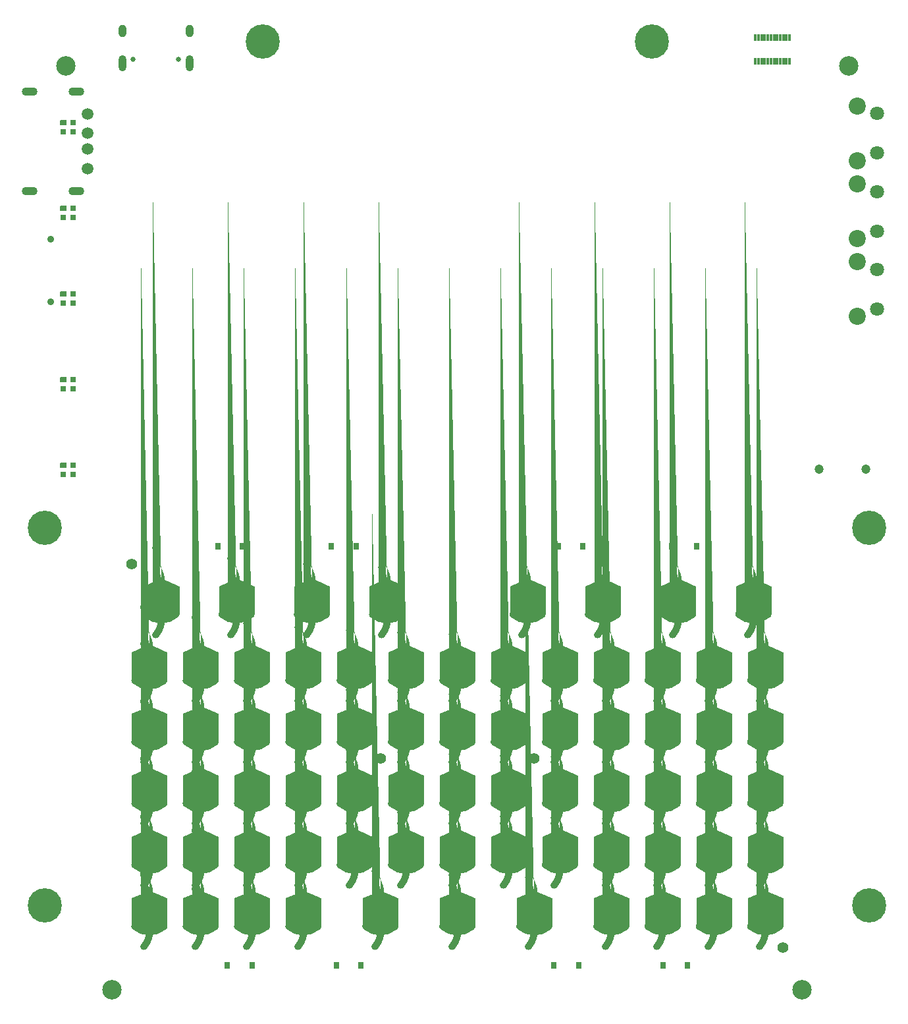
<source format=gbr>
%TF.GenerationSoftware,KiCad,Pcbnew,8.0.2*%
%TF.CreationDate,2024-05-22T21:58:48+02:00*%
%TF.ProjectId,why2025,77687932-3032-4352-9e6b-696361645f70,rev?*%
%TF.SameCoordinates,Original*%
%TF.FileFunction,Soldermask,Top*%
%TF.FilePolarity,Negative*%
%FSLAX46Y46*%
G04 Gerber Fmt 4.6, Leading zero omitted, Abs format (unit mm)*
G04 Created by KiCad (PCBNEW 8.0.2) date 2024-05-22 21:58:48*
%MOMM*%
%LPD*%
G01*
G04 APERTURE LIST*
G04 Aperture macros list*
%AMRoundRect*
0 Rectangle with rounded corners*
0 $1 Rounding radius*
0 $2 $3 $4 $5 $6 $7 $8 $9 X,Y pos of 4 corners*
0 Add a 4 corners polygon primitive as box body*
4,1,4,$2,$3,$4,$5,$6,$7,$8,$9,$2,$3,0*
0 Add four circle primitives for the rounded corners*
1,1,$1+$1,$2,$3*
1,1,$1+$1,$4,$5*
1,1,$1+$1,$6,$7*
1,1,$1+$1,$8,$9*
0 Add four rect primitives between the rounded corners*
20,1,$1+$1,$2,$3,$4,$5,0*
20,1,$1+$1,$4,$5,$6,$7,0*
20,1,$1+$1,$6,$7,$8,$9,0*
20,1,$1+$1,$8,$9,$2,$3,0*%
%AMOutline5P*
0 Free polygon, 5 corners , with rotation*
0 The origin of the aperture is its center*
0 number of corners: always 5*
0 $1 to $10 corner X, Y*
0 $11 Rotation angle, in degrees counterclockwise*
0 create outline with 5 corners*
4,1,5,$1,$2,$3,$4,$5,$6,$7,$8,$9,$10,$1,$2,$11*%
%AMOutline6P*
0 Free polygon, 6 corners , with rotation*
0 The origin of the aperture is its center*
0 number of corners: always 6*
0 $1 to $12 corner X, Y*
0 $13 Rotation angle, in degrees counterclockwise*
0 create outline with 6 corners*
4,1,6,$1,$2,$3,$4,$5,$6,$7,$8,$9,$10,$11,$12,$1,$2,$13*%
%AMOutline7P*
0 Free polygon, 7 corners , with rotation*
0 The origin of the aperture is its center*
0 number of corners: always 7*
0 $1 to $14 corner X, Y*
0 $15 Rotation angle, in degrees counterclockwise*
0 create outline with 7 corners*
4,1,7,$1,$2,$3,$4,$5,$6,$7,$8,$9,$10,$11,$12,$13,$14,$1,$2,$15*%
%AMOutline8P*
0 Free polygon, 8 corners , with rotation*
0 The origin of the aperture is its center*
0 number of corners: always 8*
0 $1 to $16 corner X, Y*
0 $17 Rotation angle, in degrees counterclockwise*
0 create outline with 8 corners*
4,1,8,$1,$2,$3,$4,$5,$6,$7,$8,$9,$10,$11,$12,$13,$14,$15,$16,$1,$2,$17*%
%AMFreePoly0*
4,1,56,-0.529408,2.274054,-0.424786,2.220629,-0.337556,2.141945,-0.132558,1.875050,0.044206,1.588672,0.190897,1.285787,0.305993,0.969542,0.388297,0.643224,0.436954,0.310222,0.451459,-0.026003,0.431660,-0.361958,0.377764,-0.694152,0.290330,-1.019133,0.170267,-1.333526,0.018823,-1.634062,-0.162429,-1.917620,-0.371606,-2.181254,-0.460064,-2.258554,-0.565515,-2.310325,-0.680771,-2.333039,
-0.797980,-2.325149,-0.909152,-2.287191,-1.006712,-2.221754,-1.084012,-2.133296,-1.135783,-2.027845,-1.158497,-1.912589,-1.150607,-1.795380,-1.112649,-1.684208,-1.047212,-1.586648,-0.952740,-1.479260,-0.790574,-1.243613,-0.657525,-0.990383,-0.555472,-0.723150,-0.485859,-0.445695,-0.449670,-0.161938,-0.448477,-0.010592,-0.450000,0.000000,-0.448300,0.011817,-0.447417,0.124109,-0.479132,0.408401,
-0.544366,0.686919,-0.642197,0.955725,-0.771241,1.211020,-0.929675,1.449193,-1.022444,1.558054,-1.022444,1.558055,-1.086336,1.656633,-1.122538,1.768390,-1.128581,1.885708,-1.104054,2.000592,-1.050629,2.105214,-0.971945,2.192444,-0.873367,2.256336,-0.761610,2.292538,-0.644292,2.298581,-0.529408,2.274054,-0.529408,2.274054,$1*%
G04 Aperture macros list end*
%ADD10C,0.900000*%
%ADD11C,0.050000*%
%ADD12C,2.500000*%
%ADD13RoundRect,0.102000X-0.100000X-0.350000X0.100000X-0.350000X0.100000X0.350000X-0.100000X0.350000X0*%
%ADD14C,0.700000*%
%ADD15C,4.400000*%
%ADD16Outline5P,-0.400000X0.210000X-0.260000X0.350000X0.400000X0.350000X0.400000X-0.350000X-0.400000X-0.350000X0.000000*%
%ADD17R,0.800000X0.700000*%
%ADD18R,0.670000X0.830000*%
%ADD19C,1.400000*%
%ADD20FreePoly0,90.000000*%
%ADD21FreePoly0,270.000000*%
%ADD22C,1.200000*%
%ADD23C,0.650000*%
%ADD24O,1.000000X1.600000*%
%ADD25O,1.000000X2.100000*%
%ADD26C,1.800000*%
%ADD27C,2.200000*%
%ADD28C,0.900000*%
%ADD29C,1.500000*%
%ADD30O,2.000000X1.100000*%
G04 APERTURE END LIST*
D10*
%TO.C,U2*%
X-37725005Y-21103742D02*
G75*
G02*
X-41439543Y-21091142I-1849996J2150446D01*
G01*
X-37725005Y-29003742D02*
G75*
G02*
X-41439543Y-28991142I-1849996J2150446D01*
G01*
X-37725005Y-36903742D02*
G75*
G02*
X-41439543Y-36891142I-1849996J2150446D01*
G01*
X-37725005Y-44803742D02*
G75*
G02*
X-41439543Y-44791142I-1849996J2150446D01*
G01*
X-37725005Y-52703742D02*
G75*
G02*
X-41439543Y-52691142I-1849996J2150446D01*
G01*
X-36185005Y-12613742D02*
G75*
G02*
X-39899543Y-12601142I-1849996J2150446D01*
G01*
X-31125005Y-21103742D02*
G75*
G02*
X-34839543Y-21091142I-1849996J2150446D01*
G01*
X-31125005Y-29003742D02*
G75*
G02*
X-34839543Y-28991142I-1849996J2150446D01*
G01*
X-31125005Y-36903742D02*
G75*
G02*
X-34839543Y-36891142I-1849996J2150446D01*
G01*
X-31125005Y-44803742D02*
G75*
G02*
X-34839543Y-44791142I-1849996J2150446D01*
G01*
X-31125005Y-52703742D02*
G75*
G02*
X-34839543Y-52691142I-1849996J2150446D01*
G01*
X-26510005Y-12613742D02*
G75*
G02*
X-30224543Y-12601142I-1849996J2150446D01*
G01*
X-24525005Y-21103742D02*
G75*
G02*
X-28239543Y-21091142I-1849996J2150446D01*
G01*
X-24525005Y-29003742D02*
G75*
G02*
X-28239543Y-28991142I-1849996J2150446D01*
G01*
X-24525005Y-36903742D02*
G75*
G02*
X-28239543Y-36891142I-1849996J2150446D01*
G01*
X-24525005Y-44803742D02*
G75*
G02*
X-28239543Y-44791142I-1849996J2150446D01*
G01*
X-24525005Y-52703742D02*
G75*
G02*
X-28239543Y-52691142I-1849996J2150446D01*
G01*
X-17925005Y-21103742D02*
G75*
G02*
X-21639543Y-21091142I-1849996J2150446D01*
G01*
X-17925005Y-29003742D02*
G75*
G02*
X-21639543Y-28991142I-1849996J2150446D01*
G01*
X-17925005Y-36903742D02*
G75*
G02*
X-21639543Y-36891142I-1849996J2150446D01*
G01*
X-17925005Y-44803742D02*
G75*
G02*
X-21639543Y-44791142I-1849996J2150446D01*
G01*
X-17925005Y-52703742D02*
G75*
G02*
X-21639543Y-52691142I-1849996J2150446D01*
G01*
X-16835005Y-12613742D02*
G75*
G02*
X-20549543Y-12601142I-1849996J2150446D01*
G01*
X-11325005Y-21103742D02*
G75*
G02*
X-15039543Y-21091142I-1849996J2150446D01*
G01*
X-11325005Y-29003742D02*
G75*
G02*
X-15039543Y-28991142I-1849996J2150446D01*
G01*
X-11325005Y-36903742D02*
G75*
G02*
X-15039543Y-36891142I-1849996J2150446D01*
G01*
X-11325005Y-44803742D02*
G75*
G02*
X-15039543Y-44791142I-1849996J2150446D01*
G01*
X-8025005Y-52703742D02*
G75*
G02*
X-11739543Y-52691142I-1849996J2150446D01*
G01*
X-7160005Y-12613742D02*
G75*
G02*
X-10874543Y-12601142I-1849996J2150446D01*
G01*
X-4725005Y-21103742D02*
G75*
G02*
X-8439543Y-21091142I-1849996J2150446D01*
G01*
X-4725005Y-29003742D02*
G75*
G02*
X-8439543Y-28991142I-1849996J2150446D01*
G01*
X-4725005Y-36903742D02*
G75*
G02*
X-8439543Y-36891142I-1849996J2150446D01*
G01*
X-4725005Y-44803742D02*
G75*
G02*
X-8439543Y-44791142I-1849996J2150446D01*
G01*
X1874995Y-21103742D02*
G75*
G02*
X-1839543Y-21091142I-1849996J2150446D01*
G01*
X1874995Y-29003742D02*
G75*
G02*
X-1839543Y-28991142I-1849996J2150446D01*
G01*
X1874995Y-36903742D02*
G75*
G02*
X-1839543Y-36891142I-1849996J2150446D01*
G01*
X1874995Y-44803742D02*
G75*
G02*
X-1839543Y-44791142I-1849996J2150446D01*
G01*
X1874995Y-52703742D02*
G75*
G02*
X-1839543Y-52691142I-1849996J2150446D01*
G01*
X8474995Y-21103742D02*
G75*
G02*
X4760458Y-21091141I-1849995J2150442D01*
G01*
X8474995Y-29003742D02*
G75*
G02*
X4760458Y-28991141I-1849995J2150442D01*
G01*
X8474995Y-36903742D02*
G75*
G02*
X4760458Y-36891141I-1849995J2150442D01*
G01*
X8474995Y-44803742D02*
G75*
G02*
X4760458Y-44791141I-1849995J2150442D01*
G01*
X10914995Y-12613742D02*
G75*
G02*
X7200458Y-12601141I-1849995J2150442D01*
G01*
X11774995Y-52703742D02*
G75*
G02*
X8060458Y-52691141I-1849995J2150442D01*
G01*
X15074995Y-21103742D02*
G75*
G02*
X11360458Y-21091141I-1849995J2150442D01*
G01*
X15074995Y-29003742D02*
G75*
G02*
X11360458Y-28991141I-1849995J2150442D01*
G01*
X15074995Y-36903742D02*
G75*
G02*
X11360458Y-36891141I-1849995J2150442D01*
G01*
X15074995Y-44803742D02*
G75*
G02*
X11360458Y-44791141I-1849995J2150442D01*
G01*
X20589995Y-12613742D02*
G75*
G02*
X16875458Y-12601141I-1849995J2150442D01*
G01*
X21674995Y-21103742D02*
G75*
G02*
X17960458Y-21091141I-1849995J2150442D01*
G01*
X21674995Y-29003742D02*
G75*
G02*
X17960458Y-28991141I-1849995J2150442D01*
G01*
X21674995Y-36903742D02*
G75*
G02*
X17960458Y-36891141I-1849995J2150442D01*
G01*
X21674995Y-44803742D02*
G75*
G02*
X17960458Y-44791141I-1849995J2150442D01*
G01*
X21674995Y-52703742D02*
G75*
G02*
X17960458Y-52691141I-1849995J2150442D01*
G01*
X28274995Y-21103742D02*
G75*
G02*
X24560458Y-21091141I-1849995J2150442D01*
G01*
X28274995Y-29003742D02*
G75*
G02*
X24560458Y-28991141I-1849995J2150442D01*
G01*
X28274995Y-36903742D02*
G75*
G02*
X24560458Y-36891141I-1849995J2150442D01*
G01*
X28274995Y-44803742D02*
G75*
G02*
X24560458Y-44791141I-1849995J2150442D01*
G01*
X28274995Y-52703742D02*
G75*
G02*
X24560458Y-52691141I-1849995J2150442D01*
G01*
X30264995Y-12613742D02*
G75*
G02*
X26550458Y-12601141I-1849995J2150442D01*
G01*
X34874995Y-21103742D02*
G75*
G02*
X31160458Y-21091141I-1849995J2150442D01*
G01*
X34874995Y-29003742D02*
G75*
G02*
X31160458Y-28991141I-1849995J2150442D01*
G01*
X34874995Y-36903742D02*
G75*
G02*
X31160458Y-36891141I-1849995J2150442D01*
G01*
X34874995Y-44803742D02*
G75*
G02*
X31160458Y-44791141I-1849995J2150442D01*
G01*
X34874995Y-52703742D02*
G75*
G02*
X31160458Y-52691141I-1849995J2150442D01*
G01*
X39939995Y-12613742D02*
G75*
G02*
X36225458Y-12601141I-1849995J2150442D01*
G01*
X41474995Y-21103742D02*
G75*
G02*
X37760458Y-21091141I-1849995J2150442D01*
G01*
X41474995Y-29003742D02*
G75*
G02*
X37760458Y-28991141I-1849995J2150442D01*
G01*
X41474995Y-36903742D02*
G75*
G02*
X37760458Y-36891141I-1849995J2150442D01*
G01*
X41474995Y-44803742D02*
G75*
G02*
X37760458Y-44791141I-1849995J2150442D01*
G01*
X41474995Y-52703742D02*
G75*
G02*
X37760458Y-52691141I-1849995J2150442D01*
G01*
D11*
X-37325000Y-17490000D02*
X-37325000Y-21090000D01*
X-39575000Y-22090000D01*
X-41825000Y-21090000D01*
X-41825000Y-17490000D01*
X-39575000Y-16490000D01*
X-37325000Y-17490000D01*
G36*
X-37325000Y-17490000D02*
G01*
X-37325000Y-21090000D01*
X-39575000Y-22090000D01*
X-41825000Y-21090000D01*
X-41825000Y-17490000D01*
X-39575000Y-16490000D01*
X-37325000Y-17490000D01*
G37*
X-37325000Y-25390000D02*
X-37325000Y-28990000D01*
X-39575000Y-29990000D01*
X-41825000Y-28990000D01*
X-41825000Y-25390000D01*
X-39575000Y-24390000D01*
X-37325000Y-25390000D01*
G36*
X-37325000Y-25390000D02*
G01*
X-37325000Y-28990000D01*
X-39575000Y-29990000D01*
X-41825000Y-28990000D01*
X-41825000Y-25390000D01*
X-39575000Y-24390000D01*
X-37325000Y-25390000D01*
G37*
X-37325000Y-33290000D02*
X-37325000Y-36890000D01*
X-39575000Y-37890000D01*
X-41825000Y-36890000D01*
X-41825000Y-33290000D01*
X-39575000Y-32290000D01*
X-37325000Y-33290000D01*
G36*
X-37325000Y-33290000D02*
G01*
X-37325000Y-36890000D01*
X-39575000Y-37890000D01*
X-41825000Y-36890000D01*
X-41825000Y-33290000D01*
X-39575000Y-32290000D01*
X-37325000Y-33290000D01*
G37*
X-37325000Y-41190000D02*
X-37325000Y-44790000D01*
X-39575000Y-45790000D01*
X-41825000Y-44790000D01*
X-41825000Y-41190000D01*
X-39575000Y-40190000D01*
X-37325000Y-41190000D01*
G36*
X-37325000Y-41190000D02*
G01*
X-37325000Y-44790000D01*
X-39575000Y-45790000D01*
X-41825000Y-44790000D01*
X-41825000Y-41190000D01*
X-39575000Y-40190000D01*
X-37325000Y-41190000D01*
G37*
X-37325000Y-49090000D02*
X-37325000Y-52690000D01*
X-39575000Y-53690000D01*
X-41825000Y-52690000D01*
X-41825000Y-49090000D01*
X-39575000Y-48090000D01*
X-37325000Y-49090000D01*
G36*
X-37325000Y-49090000D02*
G01*
X-37325000Y-52690000D01*
X-39575000Y-53690000D01*
X-41825000Y-52690000D01*
X-41825000Y-49090000D01*
X-39575000Y-48090000D01*
X-37325000Y-49090000D01*
G37*
X-35785000Y-9000000D02*
X-35785000Y-12600000D01*
X-38035000Y-13600000D01*
X-40285000Y-12600000D01*
X-40285000Y-9000000D01*
X-38035000Y-8000000D01*
X-35785000Y-9000000D01*
G36*
X-35785000Y-9000000D02*
G01*
X-35785000Y-12600000D01*
X-38035000Y-13600000D01*
X-40285000Y-12600000D01*
X-40285000Y-9000000D01*
X-38035000Y-8000000D01*
X-35785000Y-9000000D01*
G37*
X-30725000Y-17490000D02*
X-30725000Y-21090000D01*
X-32975000Y-22090000D01*
X-35225000Y-21090000D01*
X-35225000Y-17490000D01*
X-32975000Y-16490000D01*
X-30725000Y-17490000D01*
G36*
X-30725000Y-17490000D02*
G01*
X-30725000Y-21090000D01*
X-32975000Y-22090000D01*
X-35225000Y-21090000D01*
X-35225000Y-17490000D01*
X-32975000Y-16490000D01*
X-30725000Y-17490000D01*
G37*
X-30725000Y-25390000D02*
X-30725000Y-28990000D01*
X-32975000Y-29990000D01*
X-35225000Y-28990000D01*
X-35225000Y-25390000D01*
X-32975000Y-24390000D01*
X-30725000Y-25390000D01*
G36*
X-30725000Y-25390000D02*
G01*
X-30725000Y-28990000D01*
X-32975000Y-29990000D01*
X-35225000Y-28990000D01*
X-35225000Y-25390000D01*
X-32975000Y-24390000D01*
X-30725000Y-25390000D01*
G37*
X-30725000Y-33290000D02*
X-30725000Y-36890000D01*
X-32975000Y-37890000D01*
X-35225000Y-36890000D01*
X-35225000Y-33290000D01*
X-32975000Y-32290000D01*
X-30725000Y-33290000D01*
G36*
X-30725000Y-33290000D02*
G01*
X-30725000Y-36890000D01*
X-32975000Y-37890000D01*
X-35225000Y-36890000D01*
X-35225000Y-33290000D01*
X-32975000Y-32290000D01*
X-30725000Y-33290000D01*
G37*
X-30725000Y-41190000D02*
X-30725000Y-44790000D01*
X-32975000Y-45790000D01*
X-35225000Y-44790000D01*
X-35225000Y-41190000D01*
X-32975000Y-40190000D01*
X-30725000Y-41190000D01*
G36*
X-30725000Y-41190000D02*
G01*
X-30725000Y-44790000D01*
X-32975000Y-45790000D01*
X-35225000Y-44790000D01*
X-35225000Y-41190000D01*
X-32975000Y-40190000D01*
X-30725000Y-41190000D01*
G37*
X-30725000Y-49090000D02*
X-30725000Y-52690000D01*
X-32975000Y-53690000D01*
X-35225000Y-52690000D01*
X-35225000Y-49090000D01*
X-32975000Y-48090000D01*
X-30725000Y-49090000D01*
G36*
X-30725000Y-49090000D02*
G01*
X-30725000Y-52690000D01*
X-32975000Y-53690000D01*
X-35225000Y-52690000D01*
X-35225000Y-49090000D01*
X-32975000Y-48090000D01*
X-30725000Y-49090000D01*
G37*
X-26110000Y-9000000D02*
X-26110000Y-12600000D01*
X-28360000Y-13600000D01*
X-30610000Y-12600000D01*
X-30610000Y-9000000D01*
X-28360000Y-8000000D01*
X-26110000Y-9000000D01*
G36*
X-26110000Y-9000000D02*
G01*
X-26110000Y-12600000D01*
X-28360000Y-13600000D01*
X-30610000Y-12600000D01*
X-30610000Y-9000000D01*
X-28360000Y-8000000D01*
X-26110000Y-9000000D01*
G37*
X-24125000Y-17490000D02*
X-24125000Y-21090000D01*
X-26375000Y-22090000D01*
X-28625000Y-21090000D01*
X-28625000Y-17490000D01*
X-26375000Y-16490000D01*
X-24125000Y-17490000D01*
G36*
X-24125000Y-17490000D02*
G01*
X-24125000Y-21090000D01*
X-26375000Y-22090000D01*
X-28625000Y-21090000D01*
X-28625000Y-17490000D01*
X-26375000Y-16490000D01*
X-24125000Y-17490000D01*
G37*
X-24125000Y-25390000D02*
X-24125000Y-28990000D01*
X-26375000Y-29990000D01*
X-28625000Y-28990000D01*
X-28625000Y-25390000D01*
X-26375000Y-24390000D01*
X-24125000Y-25390000D01*
G36*
X-24125000Y-25390000D02*
G01*
X-24125000Y-28990000D01*
X-26375000Y-29990000D01*
X-28625000Y-28990000D01*
X-28625000Y-25390000D01*
X-26375000Y-24390000D01*
X-24125000Y-25390000D01*
G37*
X-24125000Y-33290000D02*
X-24125000Y-36890000D01*
X-26375000Y-37890000D01*
X-28625000Y-36890000D01*
X-28625000Y-33290000D01*
X-26375000Y-32290000D01*
X-24125000Y-33290000D01*
G36*
X-24125000Y-33290000D02*
G01*
X-24125000Y-36890000D01*
X-26375000Y-37890000D01*
X-28625000Y-36890000D01*
X-28625000Y-33290000D01*
X-26375000Y-32290000D01*
X-24125000Y-33290000D01*
G37*
X-24125000Y-41190000D02*
X-24125000Y-44790000D01*
X-26375000Y-45790000D01*
X-28625000Y-44790000D01*
X-28625000Y-41190000D01*
X-26375000Y-40190000D01*
X-24125000Y-41190000D01*
G36*
X-24125000Y-41190000D02*
G01*
X-24125000Y-44790000D01*
X-26375000Y-45790000D01*
X-28625000Y-44790000D01*
X-28625000Y-41190000D01*
X-26375000Y-40190000D01*
X-24125000Y-41190000D01*
G37*
X-24125000Y-49090000D02*
X-24125000Y-52690000D01*
X-26375000Y-53690000D01*
X-28625000Y-52690000D01*
X-28625000Y-49090000D01*
X-26375000Y-48090000D01*
X-24125000Y-49090000D01*
G36*
X-24125000Y-49090000D02*
G01*
X-24125000Y-52690000D01*
X-26375000Y-53690000D01*
X-28625000Y-52690000D01*
X-28625000Y-49090000D01*
X-26375000Y-48090000D01*
X-24125000Y-49090000D01*
G37*
X-17525000Y-17490000D02*
X-17525000Y-21090000D01*
X-19775000Y-22090000D01*
X-22025000Y-21090000D01*
X-22025000Y-17490000D01*
X-19775000Y-16490000D01*
X-17525000Y-17490000D01*
G36*
X-17525000Y-17490000D02*
G01*
X-17525000Y-21090000D01*
X-19775000Y-22090000D01*
X-22025000Y-21090000D01*
X-22025000Y-17490000D01*
X-19775000Y-16490000D01*
X-17525000Y-17490000D01*
G37*
X-17525000Y-25390000D02*
X-17525000Y-28990000D01*
X-19775000Y-29990000D01*
X-22025000Y-28990000D01*
X-22025000Y-25390000D01*
X-19775000Y-24390000D01*
X-17525000Y-25390000D01*
G36*
X-17525000Y-25390000D02*
G01*
X-17525000Y-28990000D01*
X-19775000Y-29990000D01*
X-22025000Y-28990000D01*
X-22025000Y-25390000D01*
X-19775000Y-24390000D01*
X-17525000Y-25390000D01*
G37*
X-17525000Y-33290000D02*
X-17525000Y-36890000D01*
X-19775000Y-37890000D01*
X-22025000Y-36890000D01*
X-22025000Y-33290000D01*
X-19775000Y-32290000D01*
X-17525000Y-33290000D01*
G36*
X-17525000Y-33290000D02*
G01*
X-17525000Y-36890000D01*
X-19775000Y-37890000D01*
X-22025000Y-36890000D01*
X-22025000Y-33290000D01*
X-19775000Y-32290000D01*
X-17525000Y-33290000D01*
G37*
X-17525000Y-41190000D02*
X-17525000Y-44790000D01*
X-19775000Y-45790000D01*
X-22025000Y-44790000D01*
X-22025000Y-41190000D01*
X-19775000Y-40190000D01*
X-17525000Y-41190000D01*
G36*
X-17525000Y-41190000D02*
G01*
X-17525000Y-44790000D01*
X-19775000Y-45790000D01*
X-22025000Y-44790000D01*
X-22025000Y-41190000D01*
X-19775000Y-40190000D01*
X-17525000Y-41190000D01*
G37*
X-17525000Y-49090000D02*
X-17525000Y-52690000D01*
X-19775000Y-53690000D01*
X-22025000Y-52690000D01*
X-22025000Y-49090000D01*
X-19775000Y-48090000D01*
X-17525000Y-49090000D01*
G36*
X-17525000Y-49090000D02*
G01*
X-17525000Y-52690000D01*
X-19775000Y-53690000D01*
X-22025000Y-52690000D01*
X-22025000Y-49090000D01*
X-19775000Y-48090000D01*
X-17525000Y-49090000D01*
G37*
X-16435000Y-9000000D02*
X-16435000Y-12600000D01*
X-18685000Y-13600000D01*
X-20935000Y-12600000D01*
X-20935000Y-9000000D01*
X-18685000Y-8000000D01*
X-16435000Y-9000000D01*
G36*
X-16435000Y-9000000D02*
G01*
X-16435000Y-12600000D01*
X-18685000Y-13600000D01*
X-20935000Y-12600000D01*
X-20935000Y-9000000D01*
X-18685000Y-8000000D01*
X-16435000Y-9000000D01*
G37*
X-10925000Y-17490000D02*
X-10925000Y-21090000D01*
X-13175000Y-22090000D01*
X-15425000Y-21090000D01*
X-15425000Y-17490000D01*
X-13175000Y-16490000D01*
X-10925000Y-17490000D01*
G36*
X-10925000Y-17490000D02*
G01*
X-10925000Y-21090000D01*
X-13175000Y-22090000D01*
X-15425000Y-21090000D01*
X-15425000Y-17490000D01*
X-13175000Y-16490000D01*
X-10925000Y-17490000D01*
G37*
X-10925000Y-25390000D02*
X-10925000Y-28990000D01*
X-13175000Y-29990000D01*
X-15425000Y-28990000D01*
X-15425000Y-25390000D01*
X-13175000Y-24390000D01*
X-10925000Y-25390000D01*
G36*
X-10925000Y-25390000D02*
G01*
X-10925000Y-28990000D01*
X-13175000Y-29990000D01*
X-15425000Y-28990000D01*
X-15425000Y-25390000D01*
X-13175000Y-24390000D01*
X-10925000Y-25390000D01*
G37*
X-10925000Y-33290000D02*
X-10925000Y-36890000D01*
X-13175000Y-37890000D01*
X-15425000Y-36890000D01*
X-15425000Y-33290000D01*
X-13175000Y-32290000D01*
X-10925000Y-33290000D01*
G36*
X-10925000Y-33290000D02*
G01*
X-10925000Y-36890000D01*
X-13175000Y-37890000D01*
X-15425000Y-36890000D01*
X-15425000Y-33290000D01*
X-13175000Y-32290000D01*
X-10925000Y-33290000D01*
G37*
X-10925000Y-41190000D02*
X-10925000Y-44790000D01*
X-13175000Y-45790000D01*
X-15425000Y-44790000D01*
X-15425000Y-41190000D01*
X-13175000Y-40190000D01*
X-10925000Y-41190000D01*
G36*
X-10925000Y-41190000D02*
G01*
X-10925000Y-44790000D01*
X-13175000Y-45790000D01*
X-15425000Y-44790000D01*
X-15425000Y-41190000D01*
X-13175000Y-40190000D01*
X-10925000Y-41190000D01*
G37*
X-7625000Y-49090000D02*
X-7625000Y-52690000D01*
X-9875000Y-53690000D01*
X-12125000Y-52690000D01*
X-12125000Y-49090000D01*
X-9875000Y-48090000D01*
X-7625000Y-49090000D01*
G36*
X-7625000Y-49090000D02*
G01*
X-7625000Y-52690000D01*
X-9875000Y-53690000D01*
X-12125000Y-52690000D01*
X-12125000Y-49090000D01*
X-9875000Y-48090000D01*
X-7625000Y-49090000D01*
G37*
X-6760000Y-9000000D02*
X-6760000Y-12600000D01*
X-9010000Y-13600000D01*
X-11260000Y-12600000D01*
X-11260000Y-9000000D01*
X-9010000Y-8000000D01*
X-6760000Y-9000000D01*
G36*
X-6760000Y-9000000D02*
G01*
X-6760000Y-12600000D01*
X-9010000Y-13600000D01*
X-11260000Y-12600000D01*
X-11260000Y-9000000D01*
X-9010000Y-8000000D01*
X-6760000Y-9000000D01*
G37*
X-4325000Y-17490000D02*
X-4325000Y-21090000D01*
X-6575000Y-22090000D01*
X-8825000Y-21090000D01*
X-8825000Y-17490000D01*
X-6575000Y-16490000D01*
X-4325000Y-17490000D01*
G36*
X-4325000Y-17490000D02*
G01*
X-4325000Y-21090000D01*
X-6575000Y-22090000D01*
X-8825000Y-21090000D01*
X-8825000Y-17490000D01*
X-6575000Y-16490000D01*
X-4325000Y-17490000D01*
G37*
X-4325000Y-25390000D02*
X-4325000Y-28990000D01*
X-6575000Y-29990000D01*
X-8825000Y-28990000D01*
X-8825000Y-25390000D01*
X-6575000Y-24390000D01*
X-4325000Y-25390000D01*
G36*
X-4325000Y-25390000D02*
G01*
X-4325000Y-28990000D01*
X-6575000Y-29990000D01*
X-8825000Y-28990000D01*
X-8825000Y-25390000D01*
X-6575000Y-24390000D01*
X-4325000Y-25390000D01*
G37*
X-4325000Y-33290000D02*
X-4325000Y-36890000D01*
X-6575000Y-37890000D01*
X-8825000Y-36890000D01*
X-8825000Y-33290000D01*
X-6575000Y-32290000D01*
X-4325000Y-33290000D01*
G36*
X-4325000Y-33290000D02*
G01*
X-4325000Y-36890000D01*
X-6575000Y-37890000D01*
X-8825000Y-36890000D01*
X-8825000Y-33290000D01*
X-6575000Y-32290000D01*
X-4325000Y-33290000D01*
G37*
X-4325000Y-41190000D02*
X-4325000Y-44790000D01*
X-6575000Y-45790000D01*
X-8825000Y-44790000D01*
X-8825000Y-41190000D01*
X-6575000Y-40190000D01*
X-4325000Y-41190000D01*
G36*
X-4325000Y-41190000D02*
G01*
X-4325000Y-44790000D01*
X-6575000Y-45790000D01*
X-8825000Y-44790000D01*
X-8825000Y-41190000D01*
X-6575000Y-40190000D01*
X-4325000Y-41190000D01*
G37*
X2275000Y-17490000D02*
X2275000Y-21090000D01*
X25000Y-22090000D01*
X-2225000Y-21090000D01*
X-2225000Y-17490000D01*
X25000Y-16490000D01*
X2275000Y-17490000D01*
G36*
X2275000Y-17490000D02*
G01*
X2275000Y-21090000D01*
X25000Y-22090000D01*
X-2225000Y-21090000D01*
X-2225000Y-17490000D01*
X25000Y-16490000D01*
X2275000Y-17490000D01*
G37*
X2275000Y-25390000D02*
X2275000Y-28990000D01*
X25000Y-29990000D01*
X-2225000Y-28990000D01*
X-2225000Y-25390000D01*
X25000Y-24390000D01*
X2275000Y-25390000D01*
G36*
X2275000Y-25390000D02*
G01*
X2275000Y-28990000D01*
X25000Y-29990000D01*
X-2225000Y-28990000D01*
X-2225000Y-25390000D01*
X25000Y-24390000D01*
X2275000Y-25390000D01*
G37*
X2275000Y-33290000D02*
X2275000Y-36890000D01*
X25000Y-37890000D01*
X-2225000Y-36890000D01*
X-2225000Y-33290000D01*
X25000Y-32290000D01*
X2275000Y-33290000D01*
G36*
X2275000Y-33290000D02*
G01*
X2275000Y-36890000D01*
X25000Y-37890000D01*
X-2225000Y-36890000D01*
X-2225000Y-33290000D01*
X25000Y-32290000D01*
X2275000Y-33290000D01*
G37*
X2275000Y-41190000D02*
X2275000Y-44790000D01*
X25000Y-45790000D01*
X-2225000Y-44790000D01*
X-2225000Y-41190000D01*
X25000Y-40190000D01*
X2275000Y-41190000D01*
G36*
X2275000Y-41190000D02*
G01*
X2275000Y-44790000D01*
X25000Y-45790000D01*
X-2225000Y-44790000D01*
X-2225000Y-41190000D01*
X25000Y-40190000D01*
X2275000Y-41190000D01*
G37*
X2275000Y-49090000D02*
X2275000Y-52690000D01*
X25000Y-53690000D01*
X-2225000Y-52690000D01*
X-2225000Y-49090000D01*
X25000Y-48090000D01*
X2275000Y-49090000D01*
G36*
X2275000Y-49090000D02*
G01*
X2275000Y-52690000D01*
X25000Y-53690000D01*
X-2225000Y-52690000D01*
X-2225000Y-49090000D01*
X25000Y-48090000D01*
X2275000Y-49090000D01*
G37*
X8875000Y-17490000D02*
X8875000Y-21090000D01*
X6625000Y-22090000D01*
X4375000Y-21090000D01*
X4375000Y-17490000D01*
X6625000Y-16490000D01*
X8875000Y-17490000D01*
G36*
X8875000Y-17490000D02*
G01*
X8875000Y-21090000D01*
X6625000Y-22090000D01*
X4375000Y-21090000D01*
X4375000Y-17490000D01*
X6625000Y-16490000D01*
X8875000Y-17490000D01*
G37*
X8875000Y-25390000D02*
X8875000Y-28990000D01*
X6625000Y-29990000D01*
X4375000Y-28990000D01*
X4375000Y-25390000D01*
X6625000Y-24390000D01*
X8875000Y-25390000D01*
G36*
X8875000Y-25390000D02*
G01*
X8875000Y-28990000D01*
X6625000Y-29990000D01*
X4375000Y-28990000D01*
X4375000Y-25390000D01*
X6625000Y-24390000D01*
X8875000Y-25390000D01*
G37*
X8875000Y-33290000D02*
X8875000Y-36890000D01*
X6625000Y-37890000D01*
X4375000Y-36890000D01*
X4375000Y-33290000D01*
X6625000Y-32290000D01*
X8875000Y-33290000D01*
G36*
X8875000Y-33290000D02*
G01*
X8875000Y-36890000D01*
X6625000Y-37890000D01*
X4375000Y-36890000D01*
X4375000Y-33290000D01*
X6625000Y-32290000D01*
X8875000Y-33290000D01*
G37*
X8875000Y-41190000D02*
X8875000Y-44790000D01*
X6625000Y-45790000D01*
X4375000Y-44790000D01*
X4375000Y-41190000D01*
X6625000Y-40190000D01*
X8875000Y-41190000D01*
G36*
X8875000Y-41190000D02*
G01*
X8875000Y-44790000D01*
X6625000Y-45790000D01*
X4375000Y-44790000D01*
X4375000Y-41190000D01*
X6625000Y-40190000D01*
X8875000Y-41190000D01*
G37*
X11315000Y-9000000D02*
X11315000Y-12600000D01*
X9065000Y-13600000D01*
X6815000Y-12600000D01*
X6815000Y-9000000D01*
X9065000Y-8000000D01*
X11315000Y-9000000D01*
G36*
X11315000Y-9000000D02*
G01*
X11315000Y-12600000D01*
X9065000Y-13600000D01*
X6815000Y-12600000D01*
X6815000Y-9000000D01*
X9065000Y-8000000D01*
X11315000Y-9000000D01*
G37*
X12175000Y-49090000D02*
X12175000Y-52690000D01*
X9925000Y-53690000D01*
X7675000Y-52690000D01*
X7675000Y-49090000D01*
X9925000Y-48090000D01*
X12175000Y-49090000D01*
G36*
X12175000Y-49090000D02*
G01*
X12175000Y-52690000D01*
X9925000Y-53690000D01*
X7675000Y-52690000D01*
X7675000Y-49090000D01*
X9925000Y-48090000D01*
X12175000Y-49090000D01*
G37*
X15475000Y-17490000D02*
X15475000Y-21090000D01*
X13225000Y-22090000D01*
X10975000Y-21090000D01*
X10975000Y-17490000D01*
X13225000Y-16490000D01*
X15475000Y-17490000D01*
G36*
X15475000Y-17490000D02*
G01*
X15475000Y-21090000D01*
X13225000Y-22090000D01*
X10975000Y-21090000D01*
X10975000Y-17490000D01*
X13225000Y-16490000D01*
X15475000Y-17490000D01*
G37*
X15475000Y-25390000D02*
X15475000Y-28990000D01*
X13225000Y-29990000D01*
X10975000Y-28990000D01*
X10975000Y-25390000D01*
X13225000Y-24390000D01*
X15475000Y-25390000D01*
G36*
X15475000Y-25390000D02*
G01*
X15475000Y-28990000D01*
X13225000Y-29990000D01*
X10975000Y-28990000D01*
X10975000Y-25390000D01*
X13225000Y-24390000D01*
X15475000Y-25390000D01*
G37*
X15475000Y-33290000D02*
X15475000Y-36890000D01*
X13225000Y-37890000D01*
X10975000Y-36890000D01*
X10975000Y-33290000D01*
X13225000Y-32290000D01*
X15475000Y-33290000D01*
G36*
X15475000Y-33290000D02*
G01*
X15475000Y-36890000D01*
X13225000Y-37890000D01*
X10975000Y-36890000D01*
X10975000Y-33290000D01*
X13225000Y-32290000D01*
X15475000Y-33290000D01*
G37*
X15475000Y-41190000D02*
X15475000Y-44790000D01*
X13225000Y-45790000D01*
X10975000Y-44790000D01*
X10975000Y-41190000D01*
X13225000Y-40190000D01*
X15475000Y-41190000D01*
G36*
X15475000Y-41190000D02*
G01*
X15475000Y-44790000D01*
X13225000Y-45790000D01*
X10975000Y-44790000D01*
X10975000Y-41190000D01*
X13225000Y-40190000D01*
X15475000Y-41190000D01*
G37*
X20990000Y-9000000D02*
X20990000Y-12600000D01*
X18740000Y-13600000D01*
X16490000Y-12600000D01*
X16490000Y-9000000D01*
X18740000Y-8000000D01*
X20990000Y-9000000D01*
G36*
X20990000Y-9000000D02*
G01*
X20990000Y-12600000D01*
X18740000Y-13600000D01*
X16490000Y-12600000D01*
X16490000Y-9000000D01*
X18740000Y-8000000D01*
X20990000Y-9000000D01*
G37*
X22075000Y-17490000D02*
X22075000Y-21090000D01*
X19825000Y-22090000D01*
X17575000Y-21090000D01*
X17575000Y-17490000D01*
X19825000Y-16490000D01*
X22075000Y-17490000D01*
G36*
X22075000Y-17490000D02*
G01*
X22075000Y-21090000D01*
X19825000Y-22090000D01*
X17575000Y-21090000D01*
X17575000Y-17490000D01*
X19825000Y-16490000D01*
X22075000Y-17490000D01*
G37*
X22075000Y-25390000D02*
X22075000Y-28990000D01*
X19825000Y-29990000D01*
X17575000Y-28990000D01*
X17575000Y-25390000D01*
X19825000Y-24390000D01*
X22075000Y-25390000D01*
G36*
X22075000Y-25390000D02*
G01*
X22075000Y-28990000D01*
X19825000Y-29990000D01*
X17575000Y-28990000D01*
X17575000Y-25390000D01*
X19825000Y-24390000D01*
X22075000Y-25390000D01*
G37*
X22075000Y-33290000D02*
X22075000Y-36890000D01*
X19825000Y-37890000D01*
X17575000Y-36890000D01*
X17575000Y-33290000D01*
X19825000Y-32290000D01*
X22075000Y-33290000D01*
G36*
X22075000Y-33290000D02*
G01*
X22075000Y-36890000D01*
X19825000Y-37890000D01*
X17575000Y-36890000D01*
X17575000Y-33290000D01*
X19825000Y-32290000D01*
X22075000Y-33290000D01*
G37*
X22075000Y-41190000D02*
X22075000Y-44790000D01*
X19825000Y-45790000D01*
X17575000Y-44790000D01*
X17575000Y-41190000D01*
X19825000Y-40190000D01*
X22075000Y-41190000D01*
G36*
X22075000Y-41190000D02*
G01*
X22075000Y-44790000D01*
X19825000Y-45790000D01*
X17575000Y-44790000D01*
X17575000Y-41190000D01*
X19825000Y-40190000D01*
X22075000Y-41190000D01*
G37*
X22075000Y-49090000D02*
X22075000Y-52690000D01*
X19825000Y-53690000D01*
X17575000Y-52690000D01*
X17575000Y-49090000D01*
X19825000Y-48090000D01*
X22075000Y-49090000D01*
G36*
X22075000Y-49090000D02*
G01*
X22075000Y-52690000D01*
X19825000Y-53690000D01*
X17575000Y-52690000D01*
X17575000Y-49090000D01*
X19825000Y-48090000D01*
X22075000Y-49090000D01*
G37*
X28675000Y-17490000D02*
X28675000Y-21090000D01*
X26425000Y-22090000D01*
X24175000Y-21090000D01*
X24175000Y-17490000D01*
X26425000Y-16490000D01*
X28675000Y-17490000D01*
G36*
X28675000Y-17490000D02*
G01*
X28675000Y-21090000D01*
X26425000Y-22090000D01*
X24175000Y-21090000D01*
X24175000Y-17490000D01*
X26425000Y-16490000D01*
X28675000Y-17490000D01*
G37*
X28675000Y-25390000D02*
X28675000Y-28990000D01*
X26425000Y-29990000D01*
X24175000Y-28990000D01*
X24175000Y-25390000D01*
X26425000Y-24390000D01*
X28675000Y-25390000D01*
G36*
X28675000Y-25390000D02*
G01*
X28675000Y-28990000D01*
X26425000Y-29990000D01*
X24175000Y-28990000D01*
X24175000Y-25390000D01*
X26425000Y-24390000D01*
X28675000Y-25390000D01*
G37*
X28675000Y-33290000D02*
X28675000Y-36890000D01*
X26425000Y-37890000D01*
X24175000Y-36890000D01*
X24175000Y-33290000D01*
X26425000Y-32290000D01*
X28675000Y-33290000D01*
G36*
X28675000Y-33290000D02*
G01*
X28675000Y-36890000D01*
X26425000Y-37890000D01*
X24175000Y-36890000D01*
X24175000Y-33290000D01*
X26425000Y-32290000D01*
X28675000Y-33290000D01*
G37*
X28675000Y-41190000D02*
X28675000Y-44790000D01*
X26425000Y-45790000D01*
X24175000Y-44790000D01*
X24175000Y-41190000D01*
X26425000Y-40190000D01*
X28675000Y-41190000D01*
G36*
X28675000Y-41190000D02*
G01*
X28675000Y-44790000D01*
X26425000Y-45790000D01*
X24175000Y-44790000D01*
X24175000Y-41190000D01*
X26425000Y-40190000D01*
X28675000Y-41190000D01*
G37*
X28675000Y-49090000D02*
X28675000Y-52690000D01*
X26425000Y-53690000D01*
X24175000Y-52690000D01*
X24175000Y-49090000D01*
X26425000Y-48090000D01*
X28675000Y-49090000D01*
G36*
X28675000Y-49090000D02*
G01*
X28675000Y-52690000D01*
X26425000Y-53690000D01*
X24175000Y-52690000D01*
X24175000Y-49090000D01*
X26425000Y-48090000D01*
X28675000Y-49090000D01*
G37*
X30665000Y-9000000D02*
X30665000Y-12600000D01*
X28415000Y-13600000D01*
X26165000Y-12600000D01*
X26165000Y-9000000D01*
X28415000Y-8000000D01*
X30665000Y-9000000D01*
G36*
X30665000Y-9000000D02*
G01*
X30665000Y-12600000D01*
X28415000Y-13600000D01*
X26165000Y-12600000D01*
X26165000Y-9000000D01*
X28415000Y-8000000D01*
X30665000Y-9000000D01*
G37*
X35275000Y-17490000D02*
X35275000Y-21090000D01*
X33025000Y-22090000D01*
X30775000Y-21090000D01*
X30775000Y-17490000D01*
X33025000Y-16490000D01*
X35275000Y-17490000D01*
G36*
X35275000Y-17490000D02*
G01*
X35275000Y-21090000D01*
X33025000Y-22090000D01*
X30775000Y-21090000D01*
X30775000Y-17490000D01*
X33025000Y-16490000D01*
X35275000Y-17490000D01*
G37*
X35275000Y-25390000D02*
X35275000Y-28990000D01*
X33025000Y-29990000D01*
X30775000Y-28990000D01*
X30775000Y-25390000D01*
X33025000Y-24390000D01*
X35275000Y-25390000D01*
G36*
X35275000Y-25390000D02*
G01*
X35275000Y-28990000D01*
X33025000Y-29990000D01*
X30775000Y-28990000D01*
X30775000Y-25390000D01*
X33025000Y-24390000D01*
X35275000Y-25390000D01*
G37*
X35275000Y-33290000D02*
X35275000Y-36890000D01*
X33025000Y-37890000D01*
X30775000Y-36890000D01*
X30775000Y-33290000D01*
X33025000Y-32290000D01*
X35275000Y-33290000D01*
G36*
X35275000Y-33290000D02*
G01*
X35275000Y-36890000D01*
X33025000Y-37890000D01*
X30775000Y-36890000D01*
X30775000Y-33290000D01*
X33025000Y-32290000D01*
X35275000Y-33290000D01*
G37*
X35275000Y-41190000D02*
X35275000Y-44790000D01*
X33025000Y-45790000D01*
X30775000Y-44790000D01*
X30775000Y-41190000D01*
X33025000Y-40190000D01*
X35275000Y-41190000D01*
G36*
X35275000Y-41190000D02*
G01*
X35275000Y-44790000D01*
X33025000Y-45790000D01*
X30775000Y-44790000D01*
X30775000Y-41190000D01*
X33025000Y-40190000D01*
X35275000Y-41190000D01*
G37*
X35275000Y-49090000D02*
X35275000Y-52690000D01*
X33025000Y-53690000D01*
X30775000Y-52690000D01*
X30775000Y-49090000D01*
X33025000Y-48090000D01*
X35275000Y-49090000D01*
G36*
X35275000Y-49090000D02*
G01*
X35275000Y-52690000D01*
X33025000Y-53690000D01*
X30775000Y-52690000D01*
X30775000Y-49090000D01*
X33025000Y-48090000D01*
X35275000Y-49090000D01*
G37*
X40340000Y-9000000D02*
X40340000Y-12600000D01*
X38090000Y-13600000D01*
X35840000Y-12600000D01*
X35840000Y-9000000D01*
X38090000Y-8000000D01*
X40340000Y-9000000D01*
G36*
X40340000Y-9000000D02*
G01*
X40340000Y-12600000D01*
X38090000Y-13600000D01*
X35840000Y-12600000D01*
X35840000Y-9000000D01*
X38090000Y-8000000D01*
X40340000Y-9000000D01*
G37*
X41875000Y-17490000D02*
X41875000Y-21090000D01*
X39625000Y-22090000D01*
X37375000Y-21090000D01*
X37375000Y-17490000D01*
X39625000Y-16490000D01*
X41875000Y-17490000D01*
G36*
X41875000Y-17490000D02*
G01*
X41875000Y-21090000D01*
X39625000Y-22090000D01*
X37375000Y-21090000D01*
X37375000Y-17490000D01*
X39625000Y-16490000D01*
X41875000Y-17490000D01*
G37*
X41875000Y-25390000D02*
X41875000Y-28990000D01*
X39625000Y-29990000D01*
X37375000Y-28990000D01*
X37375000Y-25390000D01*
X39625000Y-24390000D01*
X41875000Y-25390000D01*
G36*
X41875000Y-25390000D02*
G01*
X41875000Y-28990000D01*
X39625000Y-29990000D01*
X37375000Y-28990000D01*
X37375000Y-25390000D01*
X39625000Y-24390000D01*
X41875000Y-25390000D01*
G37*
X41875000Y-33290000D02*
X41875000Y-36890000D01*
X39625000Y-37890000D01*
X37375000Y-36890000D01*
X37375000Y-33290000D01*
X39625000Y-32290000D01*
X41875000Y-33290000D01*
G36*
X41875000Y-33290000D02*
G01*
X41875000Y-36890000D01*
X39625000Y-37890000D01*
X37375000Y-36890000D01*
X37375000Y-33290000D01*
X39625000Y-32290000D01*
X41875000Y-33290000D01*
G37*
X41875000Y-41190000D02*
X41875000Y-44790000D01*
X39625000Y-45790000D01*
X37375000Y-44790000D01*
X37375000Y-41190000D01*
X39625000Y-40190000D01*
X41875000Y-41190000D01*
G36*
X41875000Y-41190000D02*
G01*
X41875000Y-44790000D01*
X39625000Y-45790000D01*
X37375000Y-44790000D01*
X37375000Y-41190000D01*
X39625000Y-40190000D01*
X41875000Y-41190000D01*
G37*
X41875000Y-49090000D02*
X41875000Y-52690000D01*
X39625000Y-53690000D01*
X37375000Y-52690000D01*
X37375000Y-49090000D01*
X39625000Y-48090000D01*
X41875000Y-49090000D01*
G36*
X41875000Y-49090000D02*
G01*
X41875000Y-52690000D01*
X39625000Y-53690000D01*
X37375000Y-52690000D01*
X37375000Y-49090000D01*
X39625000Y-48090000D01*
X41875000Y-49090000D01*
G37*
%TD*%
D12*
%TO.C,H1*%
X-50350000Y57850000D03*
%TD*%
D13*
%TO.C,J14*%
X42750000Y61540000D03*
X42350000Y61540000D03*
X41950000Y61540000D03*
X41550000Y61540000D03*
X41150000Y61540000D03*
X40750000Y61540000D03*
X40350000Y61540000D03*
X39950000Y61540000D03*
X39550000Y61540000D03*
X39150000Y61540000D03*
X38750000Y61540000D03*
X38350000Y61540000D03*
X38350000Y58460000D03*
X38750000Y58460000D03*
X39150000Y58460000D03*
X39550000Y58460000D03*
X39950000Y58460000D03*
X40350000Y58460000D03*
X40750000Y58460000D03*
X41150000Y58460000D03*
X41550000Y58460000D03*
X41950000Y58460000D03*
X42350000Y58460000D03*
X42750000Y58460000D03*
%TD*%
D14*
%TO.C,H8*%
X51350000Y-1500000D03*
X51833274Y-333274D03*
X51833274Y-2666726D03*
X53000000Y150000D03*
D15*
X53000000Y-1500000D03*
D14*
X53000000Y-3150000D03*
X54166726Y-333274D03*
X54166726Y-2666726D03*
X54650000Y-1500000D03*
%TD*%
%TO.C,H9*%
X-54650000Y-50000000D03*
X-54166726Y-48833274D03*
X-54166726Y-51166726D03*
X-53000000Y-48350000D03*
D15*
X-53000000Y-50000000D03*
D14*
X-53000000Y-51650000D03*
X-51833274Y-48833274D03*
X-51833274Y-51166726D03*
X-51350000Y-50000000D03*
%TD*%
D16*
%TO.C,U19*%
X-50650000Y28600000D03*
D17*
X-50650000Y27400000D03*
X-49350000Y27400000D03*
X-49350000Y28600000D03*
%TD*%
D18*
%TO.C,D74*%
X-16185000Y-3815000D03*
X-13015000Y-3815000D03*
%TD*%
D14*
%TO.C,H7*%
X-54650000Y-1500000D03*
X-54166726Y-333274D03*
X-54166726Y-2666726D03*
X-53000000Y150000D03*
D15*
X-53000000Y-1500000D03*
D14*
X-53000000Y-3150000D03*
X-51833274Y-333274D03*
X-51833274Y-2666726D03*
X-51350000Y-1500000D03*
%TD*%
D12*
%TO.C,H2*%
X50350000Y57850000D03*
%TD*%
D18*
%TO.C,D76*%
X27615000Y-3815000D03*
X30785000Y-3815000D03*
%TD*%
D16*
%TO.C,U17*%
X-50650000Y50600000D03*
D17*
X-50650000Y49400000D03*
X-49350000Y49400000D03*
X-49350000Y50600000D03*
%TD*%
D18*
%TO.C,D81*%
X29635000Y-57735000D03*
X26465000Y-57735000D03*
%TD*%
D16*
%TO.C,U9*%
X-50650000Y17600000D03*
D17*
X-50650000Y16400000D03*
X-49350000Y16400000D03*
X-49350000Y17600000D03*
%TD*%
D18*
%TO.C,D78*%
X-12365000Y-57735000D03*
X-15535000Y-57735000D03*
%TD*%
D12*
%TO.C,H4*%
X44350000Y-60850000D03*
%TD*%
D19*
%TO.C,U2*%
X-41874996Y-6150002D03*
X-9875000Y-31140000D03*
X9925000Y-31140000D03*
X41875000Y-55450000D03*
D20*
X-38035000Y-8300000D03*
D21*
X-38034302Y-13294722D03*
D12*
X-38035000Y-10800000D03*
D21*
X-28364302Y-13294722D03*
D20*
X-28360000Y-8300000D03*
D12*
X-28360000Y-10800000D03*
D20*
X-18685000Y-8300000D03*
D21*
X-18684302Y-13294722D03*
D12*
X-18685000Y-10800000D03*
D20*
X-9010000Y-8300000D03*
D21*
X-9004302Y-13294722D03*
D12*
X-9010000Y-10800000D03*
D20*
X9065000Y-8300000D03*
D21*
X9065698Y-13294722D03*
D12*
X9065000Y-10800000D03*
D21*
X18735698Y-13294722D03*
D20*
X18740000Y-8300000D03*
D12*
X18740000Y-10800000D03*
D20*
X28415000Y-8300000D03*
D21*
X28415698Y-13294722D03*
D12*
X28415000Y-10800000D03*
D21*
X38085698Y-13294722D03*
D20*
X38090000Y-8300000D03*
D12*
X38090000Y-10800000D03*
D20*
X-39575000Y-16790000D03*
D21*
X-39574302Y-21784722D03*
D12*
X-39575000Y-19290000D03*
D20*
X-32975000Y-16790000D03*
D21*
X-32974302Y-21784722D03*
D12*
X-32975000Y-19290000D03*
D20*
X-26375000Y-16790000D03*
D21*
X-26374302Y-21784722D03*
D12*
X-26375000Y-19290000D03*
D20*
X-19775000Y-16790000D03*
D21*
X-19774302Y-21784722D03*
D12*
X-19775000Y-19290000D03*
D20*
X-13175000Y-16790000D03*
D21*
X-13174302Y-21784722D03*
D12*
X-13175000Y-19290000D03*
D20*
X-6575000Y-16790000D03*
D21*
X-6574302Y-21784722D03*
D12*
X-6575000Y-19290000D03*
D20*
X25000Y-16790000D03*
D21*
X25698Y-21784722D03*
D12*
X25000Y-19290000D03*
D20*
X6625000Y-16790000D03*
D21*
X6625698Y-21784722D03*
D12*
X6625000Y-19290000D03*
D20*
X13225000Y-16790000D03*
D21*
X13225698Y-21784722D03*
D12*
X13225000Y-19290000D03*
D20*
X19825000Y-16790000D03*
D21*
X19825698Y-21784722D03*
D12*
X19825000Y-19290000D03*
D20*
X26425000Y-16790000D03*
D21*
X26425698Y-21784722D03*
D12*
X26425000Y-19290000D03*
D20*
X33025000Y-16790000D03*
D21*
X33025698Y-21784722D03*
D12*
X33025000Y-19290000D03*
D20*
X39625000Y-16790000D03*
D21*
X39625698Y-21784722D03*
D12*
X39625000Y-19290000D03*
D20*
X-39575000Y-24690000D03*
D21*
X-39574302Y-29684722D03*
D12*
X-39575000Y-27190000D03*
D20*
X-32975000Y-24690000D03*
D21*
X-32974302Y-29684722D03*
D12*
X-32975000Y-27190000D03*
D20*
X-26375000Y-24690000D03*
D21*
X-26374302Y-29684722D03*
D12*
X-26375000Y-27190000D03*
D20*
X-19775000Y-24690000D03*
D21*
X-19774302Y-29684722D03*
D12*
X-19775000Y-27190000D03*
D20*
X-13175000Y-24690000D03*
D21*
X-13174302Y-29684722D03*
D12*
X-13175000Y-27190000D03*
D20*
X-6575000Y-24690000D03*
D21*
X-6574302Y-29684722D03*
D12*
X-6575000Y-27190000D03*
D20*
X25000Y-24690000D03*
D21*
X25698Y-29684722D03*
D12*
X25000Y-27190000D03*
D20*
X6625000Y-24690000D03*
D21*
X6625698Y-29684722D03*
D12*
X6625000Y-27190000D03*
D20*
X13225000Y-24690000D03*
D21*
X13225698Y-29684722D03*
D12*
X13225000Y-27190000D03*
D20*
X19825000Y-24690000D03*
D21*
X19825698Y-29684722D03*
D12*
X19825000Y-27190000D03*
D20*
X26425000Y-24690000D03*
D21*
X26425698Y-29684722D03*
D12*
X26425000Y-27190000D03*
D20*
X33025000Y-24690000D03*
D21*
X33025698Y-29684722D03*
D12*
X33025000Y-27190000D03*
D20*
X39625000Y-24690000D03*
D21*
X39625698Y-29684722D03*
D12*
X39625000Y-27190000D03*
D20*
X-39575000Y-32590000D03*
D21*
X-39574302Y-37584722D03*
D12*
X-39575000Y-35090000D03*
D20*
X-32975000Y-32590000D03*
D21*
X-32974302Y-37584722D03*
D12*
X-32975000Y-35090000D03*
D20*
X-26375000Y-32590000D03*
D21*
X-26374302Y-37584722D03*
D12*
X-26375000Y-35090000D03*
D20*
X-19775000Y-32590000D03*
D21*
X-19774302Y-37584722D03*
D12*
X-19775000Y-35090000D03*
D20*
X-13175000Y-32590000D03*
D21*
X-13174302Y-37584722D03*
D12*
X-13175000Y-35090000D03*
D20*
X-6575000Y-32590000D03*
D21*
X-6574302Y-37584722D03*
D12*
X-6575000Y-35090000D03*
D20*
X25000Y-32590000D03*
D21*
X25698Y-37584722D03*
D12*
X25000Y-35090000D03*
D20*
X6625000Y-32590000D03*
D21*
X6625698Y-37584722D03*
D12*
X6625000Y-35090000D03*
D20*
X13225000Y-32590000D03*
D21*
X13225698Y-37584722D03*
D12*
X13225000Y-35090000D03*
D20*
X19825000Y-32590000D03*
D21*
X19825698Y-37584722D03*
D12*
X19825000Y-35090000D03*
D20*
X26425000Y-32590000D03*
D21*
X26425698Y-37584722D03*
D12*
X26425000Y-35090000D03*
D20*
X33025000Y-32590000D03*
D21*
X33025698Y-37584722D03*
D12*
X33025000Y-35090000D03*
D20*
X39625000Y-32590000D03*
D21*
X39625698Y-37584722D03*
D12*
X39625000Y-35090000D03*
D20*
X-39575000Y-40490000D03*
D21*
X-39574302Y-45484722D03*
D12*
X-39575000Y-42990000D03*
D20*
X-32975000Y-40490000D03*
D21*
X-32974302Y-45484722D03*
D12*
X-32975000Y-42990000D03*
D20*
X-26375000Y-40490000D03*
D21*
X-26374302Y-45484722D03*
D12*
X-26375000Y-42990000D03*
D20*
X-19775000Y-40490000D03*
D21*
X-19774302Y-45484722D03*
D12*
X-19775000Y-42990000D03*
D20*
X-13175000Y-40490000D03*
D21*
X-13174302Y-45484722D03*
D12*
X-13175000Y-42990000D03*
D20*
X-6575000Y-40490000D03*
D21*
X-6574302Y-45484722D03*
D12*
X-6575000Y-42990000D03*
D20*
X25000Y-40490000D03*
D21*
X25698Y-45484722D03*
D12*
X25000Y-42990000D03*
D20*
X6625000Y-40490000D03*
D21*
X6625698Y-45484722D03*
D12*
X6625000Y-42990000D03*
D20*
X13225000Y-40490000D03*
D21*
X13225698Y-45484722D03*
D12*
X13225000Y-42990000D03*
D20*
X19825000Y-40490000D03*
D21*
X19825698Y-45484722D03*
D12*
X19825000Y-42990000D03*
D20*
X26425000Y-40490000D03*
D21*
X26425698Y-45484722D03*
D12*
X26425000Y-42990000D03*
D20*
X33025000Y-40490000D03*
D21*
X33025698Y-45484722D03*
D12*
X33025000Y-42990000D03*
D20*
X39625000Y-40490000D03*
D21*
X39625698Y-45484722D03*
D12*
X39625000Y-42990000D03*
D20*
X-39575000Y-48390000D03*
D21*
X-39574302Y-53384722D03*
D12*
X-39575000Y-50890000D03*
D20*
X-32975000Y-48390000D03*
D21*
X-32974302Y-53384722D03*
D12*
X-32975000Y-50890000D03*
D20*
X-26375000Y-48390000D03*
D21*
X-26374302Y-53384722D03*
D12*
X-26375000Y-50890000D03*
D20*
X-19775000Y-48390000D03*
D21*
X-19774302Y-53384722D03*
D12*
X-19775000Y-50890000D03*
D20*
X-9875000Y-48390000D03*
D21*
X-9874302Y-53384722D03*
D12*
X-9875000Y-50890000D03*
D20*
X25000Y-48390000D03*
D21*
X25698Y-53384722D03*
D12*
X25000Y-50890000D03*
D20*
X9925000Y-48390000D03*
D21*
X9925698Y-53384722D03*
D12*
X9925000Y-50890000D03*
D20*
X19825000Y-48390000D03*
D21*
X19825698Y-53384722D03*
D12*
X19825000Y-50890000D03*
D20*
X26425000Y-48390000D03*
D21*
X26425698Y-53384722D03*
D12*
X26425000Y-50890000D03*
D20*
X33025000Y-48390000D03*
D21*
X33025698Y-53384722D03*
D12*
X33025000Y-50890000D03*
D20*
X39625000Y-48390000D03*
D21*
X39625698Y-53384722D03*
D12*
X39625000Y-50890000D03*
%TD*%
D18*
%TO.C,D80*%
X15635000Y-57735000D03*
X12465000Y-57735000D03*
%TD*%
D12*
%TO.C,H3*%
X-44350000Y-60850000D03*
%TD*%
D16*
%TO.C,U22*%
X-50650000Y6600000D03*
D17*
X-50650000Y5400000D03*
X-49350000Y5400000D03*
X-49350000Y6600000D03*
%TD*%
D18*
%TO.C,D77*%
X-26365000Y-57735000D03*
X-29535000Y-57735000D03*
%TD*%
D14*
%TO.C,H6*%
X23350000Y61000000D03*
X23833274Y62166726D03*
X23833274Y59833274D03*
X25000000Y62650000D03*
D15*
X25000000Y61000000D03*
D14*
X25000000Y59350000D03*
X26166726Y62166726D03*
X26166726Y59833274D03*
X26650000Y61000000D03*
%TD*%
%TO.C,H10*%
X51350000Y-50000000D03*
X51833274Y-48833274D03*
X51833274Y-51166726D03*
X53000000Y-48350000D03*
D15*
X53000000Y-50000000D03*
D14*
X53000000Y-51650000D03*
X54166726Y-48833274D03*
X54166726Y-51166726D03*
X54650000Y-50000000D03*
%TD*%
D18*
%TO.C,D73*%
X-30785000Y-3815000D03*
X-27615000Y-3815000D03*
%TD*%
D16*
%TO.C,U18*%
X-50650000Y39600000D03*
D17*
X-50650000Y38400000D03*
X-49350000Y38400000D03*
X-49350000Y39600000D03*
%TD*%
D14*
%TO.C,H5*%
X-26650000Y61000000D03*
X-26166726Y62166726D03*
X-26166726Y59833274D03*
X-25000000Y62650000D03*
D15*
X-25000000Y61000000D03*
D14*
X-25000000Y59350000D03*
X-23833274Y62166726D03*
X-23833274Y59833274D03*
X-23350000Y61000000D03*
%TD*%
D18*
%TO.C,D75*%
X13015000Y-3815000D03*
X16185000Y-3815000D03*
%TD*%
D22*
%TO.C,J4*%
X46517500Y6050000D03*
X52517500Y6050000D03*
%TD*%
D23*
%TO.C,J1*%
X-41640000Y58720000D03*
X-35860000Y58720000D03*
D24*
X-43070000Y62370000D03*
D25*
X-43070000Y58190000D03*
D24*
X-34430000Y62370000D03*
D25*
X-34430000Y58190000D03*
%TD*%
D26*
%TO.C,SW3*%
X54020000Y31740000D03*
X54020000Y26660000D03*
D27*
X51480000Y25700000D03*
X51480000Y32700000D03*
%TD*%
D26*
%TO.C,SW1*%
X54020000Y51740000D03*
X54020000Y46660000D03*
D27*
X51480000Y45700000D03*
X51480000Y52700000D03*
%TD*%
D26*
%TO.C,SW2*%
X54020000Y41740000D03*
X54020000Y36660000D03*
D27*
X51480000Y35700000D03*
X51480000Y42700000D03*
%TD*%
D28*
%TO.C,J8*%
X-52228145Y35565032D03*
X-52228145Y27565032D03*
%TD*%
D29*
%TO.C,J2*%
X-47500000Y44700000D03*
X-47500000Y47200000D03*
X-47500000Y49200000D03*
X-47500000Y51700000D03*
D30*
X-55000000Y41800000D03*
X-49000000Y41800000D03*
X-55000000Y54600000D03*
X-49000000Y54600000D03*
%TD*%
M02*

</source>
